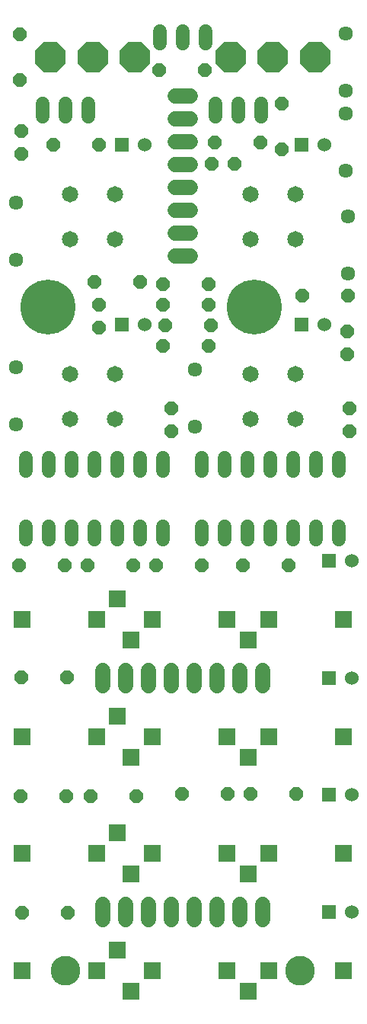
<source format=gts>
G75*
%MOIN*%
%OFA0B0*%
%FSLAX24Y24*%
%IPPOS*%
%LPD*%
%AMOC8*
5,1,8,0,0,1.08239X$1,22.5*
%
%ADD10C,0.1300*%
%ADD11R,0.0752X0.0752*%
%ADD12OC8,0.0600*%
%ADD13R,0.0600X0.0600*%
%ADD14C,0.0600*%
%ADD15OC8,0.1346*%
%ADD16C,0.0600*%
%ADD17C,0.0634*%
%ADD18C,0.0680*%
%ADD19C,0.0713*%
%ADD20C,0.2402*%
D10*
X003300Y002125D03*
X013550Y002125D03*
D11*
X001377Y002120D03*
X001377Y007238D03*
X001377Y012356D03*
X001377Y017474D03*
X004644Y017474D03*
X005556Y018374D03*
X006174Y016574D03*
X007085Y017474D03*
X005556Y013256D03*
X006174Y011456D03*
X007085Y012356D03*
X005556Y008138D03*
X006174Y006338D03*
X007085Y007238D03*
X005556Y003020D03*
X006174Y001220D03*
X007085Y002120D03*
X004644Y002120D03*
X004644Y007238D03*
X004644Y012356D03*
X010353Y012356D03*
X011292Y011456D03*
X012204Y012356D03*
X011292Y016574D03*
X012204Y017474D03*
X010353Y017474D03*
X010353Y007238D03*
X011292Y006338D03*
X012204Y007238D03*
X012204Y002120D03*
X011292Y001220D03*
X010353Y002120D03*
X015471Y002120D03*
X015471Y007238D03*
X015471Y012356D03*
X015471Y017474D03*
D12*
X013050Y019850D03*
X011050Y019850D03*
X009250Y019850D03*
X007250Y019850D03*
X006250Y019850D03*
X004250Y019850D03*
X003250Y019850D03*
X001250Y019850D03*
X001350Y014950D03*
X003350Y014950D03*
X003325Y009746D03*
X004397Y009750D03*
X006397Y009750D03*
X008391Y009855D03*
X010391Y009855D03*
X011391Y009855D03*
X013391Y009855D03*
X015725Y025725D03*
X015725Y026725D03*
X015625Y029075D03*
X015625Y030075D03*
X015650Y031650D03*
X013650Y031650D03*
X012750Y038050D03*
X012750Y040050D03*
X011841Y038330D03*
X010700Y037425D03*
X009700Y037425D03*
X009841Y038330D03*
X009404Y041505D03*
X007404Y041505D03*
X004750Y038250D03*
X002750Y038250D03*
X001350Y037850D03*
X001350Y038850D03*
X001291Y041068D03*
X001291Y043068D03*
X004550Y032250D03*
X004750Y031250D03*
X004750Y030250D03*
X006550Y032250D03*
X007550Y032150D03*
X007550Y031250D03*
X007650Y030350D03*
X007550Y029450D03*
X007925Y026725D03*
X007925Y025725D03*
X009550Y029450D03*
X009650Y030350D03*
X009550Y031250D03*
X009550Y032150D03*
X001325Y009746D03*
X001391Y004655D03*
X003391Y004655D03*
D13*
X005759Y030368D03*
X005759Y038242D03*
X013633Y038242D03*
X013633Y030368D03*
X014814Y020033D03*
X014814Y014915D03*
X014814Y009797D03*
X014814Y004679D03*
D14*
X015814Y004679D03*
X015814Y009797D03*
X015814Y014915D03*
X015814Y020033D03*
X014633Y030368D03*
X014633Y038242D03*
X006759Y038242D03*
X006759Y030368D03*
D15*
X006337Y042081D03*
X004487Y042081D03*
X002637Y042081D03*
X010511Y042081D03*
X012361Y042081D03*
X014211Y042081D03*
D16*
X011850Y040030D02*
X011850Y039470D01*
X010850Y039470D02*
X010850Y040030D01*
X009850Y040030D02*
X009850Y039470D01*
X009429Y042665D02*
X009429Y043225D01*
X008429Y043225D02*
X008429Y042665D01*
X007429Y042665D02*
X007429Y043225D01*
X004291Y040035D02*
X004291Y039475D01*
X003291Y039475D02*
X003291Y040035D01*
X002291Y040035D02*
X002291Y039475D01*
X002550Y024530D02*
X002550Y023970D01*
X001550Y023970D02*
X001550Y024530D01*
X001550Y021530D02*
X001550Y020970D01*
X002550Y020970D02*
X002550Y021530D01*
X003550Y021530D02*
X003550Y020970D01*
X004550Y020970D02*
X004550Y021530D01*
X004550Y023970D02*
X004550Y024530D01*
X003550Y024530D02*
X003550Y023970D01*
X005550Y023970D02*
X005550Y024530D01*
X006550Y024530D02*
X006550Y023970D01*
X007550Y023970D02*
X007550Y024530D01*
X007550Y021530D02*
X007550Y020970D01*
X006550Y020970D02*
X006550Y021530D01*
X005550Y021530D02*
X005550Y020970D01*
X009250Y020970D02*
X009250Y021530D01*
X010250Y021530D02*
X010250Y020970D01*
X011250Y020970D02*
X011250Y021530D01*
X012250Y021530D02*
X012250Y020970D01*
X013250Y020970D02*
X013250Y021530D01*
X014250Y021530D02*
X014250Y020970D01*
X015250Y020970D02*
X015250Y021530D01*
X015250Y023970D02*
X015250Y024530D01*
X014250Y024530D02*
X014250Y023970D01*
X013250Y023970D02*
X013250Y024530D01*
X012250Y024530D02*
X012250Y023970D01*
X011250Y023970D02*
X011250Y024530D01*
X010250Y024530D02*
X010250Y023970D01*
X009250Y023970D02*
X009250Y024530D01*
D17*
X008950Y025900D03*
X008950Y028400D03*
X015550Y037100D03*
X015650Y035100D03*
X015650Y032600D03*
X015550Y039600D03*
X015550Y040600D03*
X015550Y043100D03*
X001125Y035700D03*
X001125Y033200D03*
X001125Y028500D03*
X001125Y026000D03*
D18*
X004924Y015231D02*
X004924Y014591D01*
X005924Y014591D02*
X005924Y015231D01*
X006924Y015231D02*
X006924Y014591D01*
X007924Y014591D02*
X007924Y015231D01*
X008924Y015231D02*
X008924Y014591D01*
X009924Y014591D02*
X009924Y015231D01*
X010924Y015231D02*
X010924Y014591D01*
X011924Y014591D02*
X011924Y015231D01*
X011924Y004995D02*
X011924Y004355D01*
X010924Y004355D02*
X010924Y004995D01*
X009924Y004995D02*
X009924Y004355D01*
X008924Y004355D02*
X008924Y004995D01*
X007924Y004995D02*
X007924Y004355D01*
X006924Y004355D02*
X006924Y004995D01*
X005924Y004995D02*
X005924Y004355D01*
X004924Y004355D02*
X004924Y004995D01*
X008104Y033364D02*
X008744Y033364D01*
X008744Y034364D02*
X008104Y034364D01*
X008104Y035364D02*
X008744Y035364D01*
X008744Y036364D02*
X008104Y036364D01*
X008104Y037364D02*
X008744Y037364D01*
X008744Y038364D02*
X008104Y038364D01*
X008104Y039364D02*
X008744Y039364D01*
X008744Y040364D02*
X008104Y040364D01*
D19*
X005471Y036077D03*
X005471Y034108D03*
X003503Y034108D03*
X003503Y036077D03*
X003503Y028203D03*
X003503Y026234D03*
X005471Y026234D03*
X005471Y028203D03*
X011377Y028203D03*
X011377Y026234D03*
X013345Y026234D03*
X013345Y028203D03*
X013345Y034108D03*
X013345Y036077D03*
X011377Y036077D03*
X011377Y034108D03*
D20*
X011574Y031156D03*
X002519Y031156D03*
M02*

</source>
